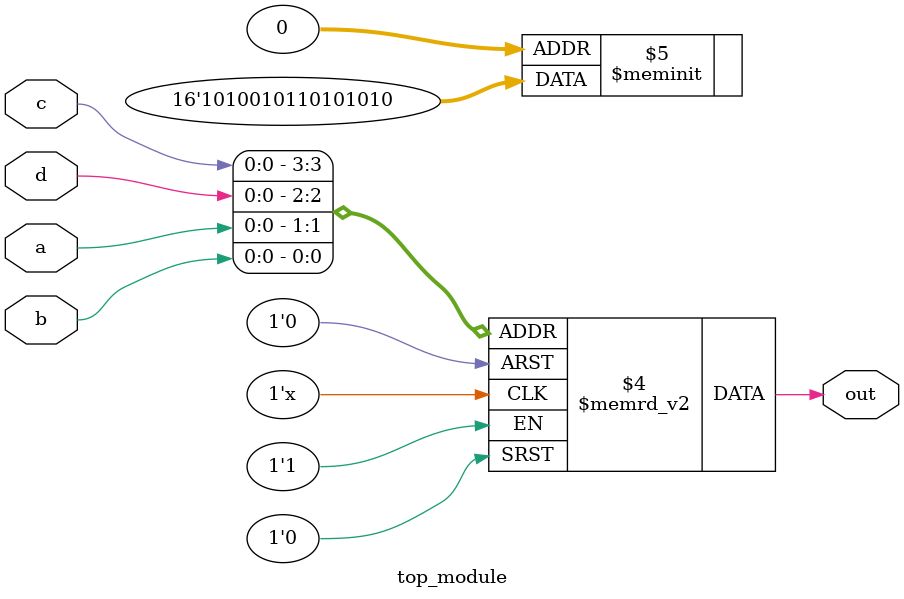
<source format=sv>
module top_module (
	input a, 
	input b,
	input c,
	input d,
	output reg out
);

always @(*) begin
    case ({c, d, a, b})
        4'b0000 : out = 1'b0; 
        4'b0001 : out = 1'b1;
        4'b0010 : out = 1'b0;
        4'b0011 : out = 1'b1;
        4'b0100 : out = 1'b0;
        4'b0101 : out = 1'b1;
        4'b0110 : out = 1'b0;
        4'b0111 : out = 1'b1;
        4'b1000 : out = 1'b1;
        4'b1001 : out = 1'b0;
        4'b1010 : out = 1'b1;
        4'b1011 : out = 1'b0;
        4'b1100 : out = 1'b0;
        4'b1101 : out = 1'b1;
        4'b1110 : out = 1'b0;
        4'b1111 : out = 1'b1;
        default : out = 1'b0;
    endcase
end

endmodule

</source>
